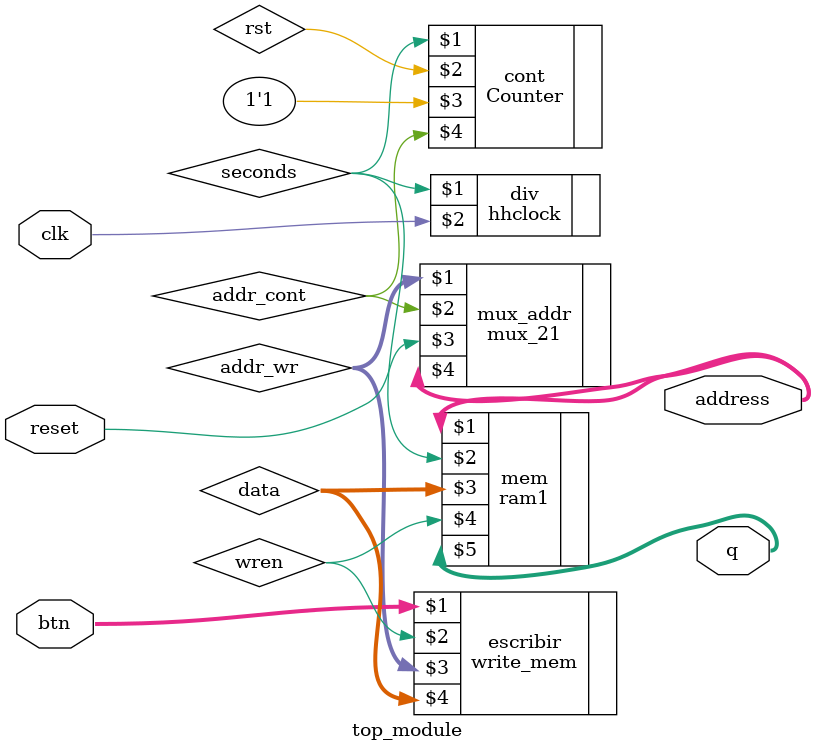
<source format=sv>
module top_module(
		input logic clk, reset,
		input logic [2:0] btn,
		output [7:0] q, //salida de memoria
		output [7:0] address
);

logic wren, seconds;

logic [7:0] data, addr_wr, add_cont;

ram1 mem(address, seconds, data, wren, q);
Counter cont(seconds, rst, 1'b1, addr_cont);
hhclock div(seconds, clk);
write_mem escribir(btn, wren, addr_wr, data);
mux_21 mux_addr(addr_wr, addr_cont, reset, address);

endmodule
</source>
